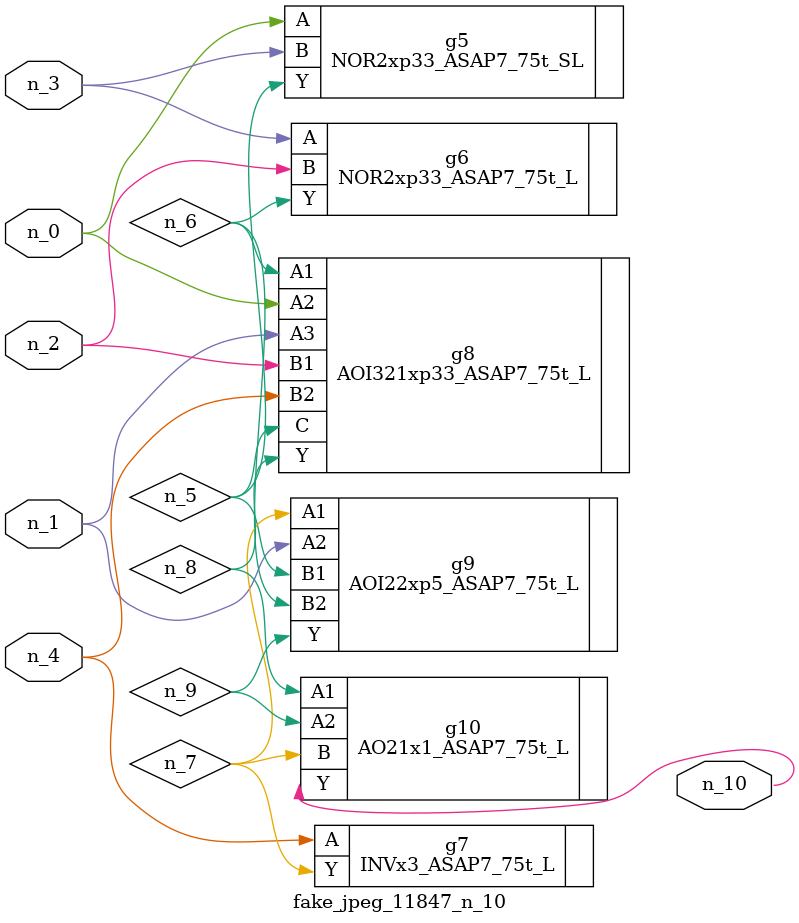
<source format=v>
module fake_jpeg_11847_n_10 (n_3, n_2, n_1, n_0, n_4, n_10);

input n_3;
input n_2;
input n_1;
input n_0;
input n_4;

output n_10;

wire n_8;
wire n_9;
wire n_6;
wire n_5;
wire n_7;

NOR2xp33_ASAP7_75t_SL g5 ( 
.A(n_0),
.B(n_3),
.Y(n_5)
);

NOR2xp33_ASAP7_75t_L g6 ( 
.A(n_3),
.B(n_2),
.Y(n_6)
);

INVx3_ASAP7_75t_L g7 ( 
.A(n_4),
.Y(n_7)
);

AOI321xp33_ASAP7_75t_L g8 ( 
.A1(n_6),
.A2(n_0),
.A3(n_1),
.B1(n_2),
.B2(n_4),
.C(n_5),
.Y(n_8)
);

AO21x1_ASAP7_75t_L g10 ( 
.A1(n_8),
.A2(n_9),
.B(n_7),
.Y(n_10)
);

AOI22xp5_ASAP7_75t_L g9 ( 
.A1(n_7),
.A2(n_1),
.B1(n_5),
.B2(n_6),
.Y(n_9)
);


endmodule
</source>
